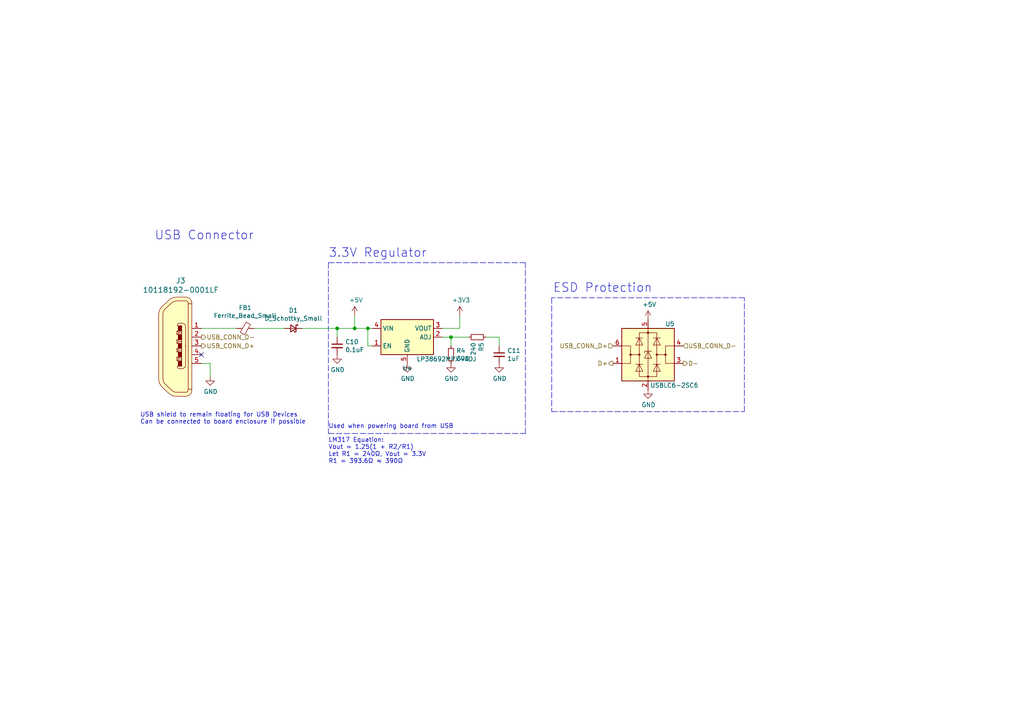
<source format=kicad_sch>
(kicad_sch (version 20211123) (generator eeschema)
  (paper "A4")
  (title_block (title "USB Connector and ESD Protection") (date "2021-12-06") (rev "v1.0.4") (company "Missouri S&T Rocket Design Team '21 (Thomas Francois)") (comment 1 "https://github.com/MSTRocketDesignTeam/Avionics-Data-Collection-PCB") (comment 2 "Intended as initial pre-production design") (comment 3 "Schematic depicting logical connections between components"))
  (lib_symbols
    (symbol "Data_Collection_KiCAD_Project-rescue:+5V-power-Data_Collection_KiCAD_Project-rescue" (power) (pin_names (offset 0))
      (property "Value" "Data_Collection_KiCAD_Project-rescue_+5V-power-Data_Collection_KiCAD_Project-rescue" (at 0 3.556 0))
      (symbol "+5V-power-Data_Collection_KiCAD_Project-rescue_0_1"
        (polyline (pts (xy -0.762 1.27) (xy 0 2.54)))
        (polyline (pts (xy 0 0) (xy 0 2.54)))
        (polyline (pts (xy 0 2.54) (xy 0.762 1.27)))
      )
      (symbol "+5V-power-Data_Collection_KiCAD_Project-rescue_1_1"
        (pin power_in line (at 0 0 90) (length 0) hide (name "+5V") (number "1"))
      )
    )
    (symbol "Data_Collection_KiCAD_Project-rescue:Ferrite_Bead_Small-Device-Data_Collection_KiCAD_Project-rescue" (pin_numbers hide) (pin_names (offset 0))
      (property "Reference" "FB" (at 1.905 1.27 0))
      (property "Value" "Data_Collection_KiCAD_Project-rescue_Ferrite_Bead_Small-Device-Data_Collection_KiCAD_Project-rescue" (at 1.905 -1.27 0))
      (symbol "Ferrite_Bead_Small-Device-Data_Collection_KiCAD_Project-rescue_0_1"
        (polyline (pts (xy 0 -1.27) (xy 0 -0.7874)))
        (polyline (pts (xy 0 0.889) (xy 0 1.2954)))
        (polyline (pts (xy -1.8288 0.2794) (xy -1.1176 1.4986) (xy 1.8288 -0.2032) (xy 1.1176 -1.4224) (xy -1.8288 0.2794)))
      )
      (symbol "Ferrite_Bead_Small-Device-Data_Collection_KiCAD_Project-rescue_1_1"
        (pin passive line (at 0 2.54 270) (length 1.27) (name "~") (number "1"))
        (pin passive line (at 0 -2.54 90) (length 1.27) (name "~") (number "2"))
      )
    )
    (symbol "Data_Collection_KiCAD_Project-rescue:GND-power-Data_Collection_KiCAD_Project-rescue" (power) (pin_names (offset 0))
      (property "Value" "Data_Collection_KiCAD_Project-rescue_GND-power-Data_Collection_KiCAD_Project-rescue" (at 0 -3.81 0))
      (symbol "GND-power-Data_Collection_KiCAD_Project-rescue_0_1"
        (polyline (pts (xy 0 0) (xy 0 -1.27) (xy 1.27 -1.27) (xy 0 -2.54) (xy -1.27 -1.27) (xy 0 -1.27)))
      )
      (symbol "GND-power-Data_Collection_KiCAD_Project-rescue_1_1"
        (pin power_in line (at 0 0 270) (length 0) hide (name "GND") (number "1"))
      )
    )
    (symbol "Data_Collection_KiCAD_Project-rescue:USBLC6-2SC6-Power_Protection-Data_Collection_KiCAD_Project-rescue" (pin_names hide)
      (property "Reference" "U" (at 2.54 8.89 0))
      (property "Value" "Data_Collection_KiCAD_Project-rescue_USBLC6-2SC6-Power_Protection-Data_Collection_KiCAD_Project-rescue" (at 2.54 -8.89 0))
      (symbol "USBLC6-2SC6-Power_Protection-Data_Collection_KiCAD_Project-rescue_0_1"
        (rectangle (start -7.62 -7.62) (end 7.62 7.62) (stroke (width 0.254)) (fill (type background)))
        (circle (center -5.08 0) (radius 0.254) (fill (type outline)))
        (circle (center -2.54 0) (radius 0.254) (fill (type outline)))
        (rectangle (start -2.54 6.35) (end 2.54 -6.35))
        (circle (center 0 -6.35) (radius 0.254) (fill (type outline)))
        (polyline (pts (xy -5.08 -2.54) (xy -7.62 -2.54)))
        (polyline (pts (xy -5.08 0) (xy -5.08 -2.54)))
        (polyline (pts (xy -5.08 2.54) (xy -7.62 2.54)))
        (polyline (pts (xy -1.524 -2.794) (xy -3.556 -2.794)))
        (polyline (pts (xy -1.524 4.826) (xy -3.556 4.826)))
        (polyline (pts (xy 0 -7.62) (xy 0 -6.35)))
        (polyline (pts (xy 0 -6.35) (xy 0 1.27)))
        (polyline (pts (xy 0 1.27) (xy 0 6.35)))
        (polyline (pts (xy 0 6.35) (xy 0 7.62)))
        (polyline (pts (xy 1.524 -2.794) (xy 3.556 -2.794)))
        (polyline (pts (xy 1.524 4.826) (xy 3.556 4.826)))
        (polyline (pts (xy 5.08 -2.54) (xy 7.62 -2.54)))
        (polyline (pts (xy 5.08 0) (xy 5.08 -2.54)))
        (polyline (pts (xy 5.08 2.54) (xy 7.62 2.54)))
        (polyline (pts (xy -2.54 0) (xy -5.08 0) (xy -5.08 2.54)))
        (polyline (pts (xy 2.54 0) (xy 5.08 0) (xy 5.08 2.54)))
        (polyline (pts (xy -3.556 -4.826) (xy -1.524 -4.826) (xy -2.54 -2.794) (xy -3.556 -4.826)))
        (polyline (pts (xy -3.556 2.794) (xy -1.524 2.794) (xy -2.54 4.826) (xy -3.556 2.794)))
        (polyline (pts (xy -1.016 -1.016) (xy 1.016 -1.016) (xy 0 1.016) (xy -1.016 -1.016)))
        (polyline (pts (xy 1.016 1.016) (xy 0.762 1.016) (xy -1.016 1.016) (xy -1.016 0.508)))
        (polyline (pts (xy 3.556 -4.826) (xy 1.524 -4.826) (xy 2.54 -2.794) (xy 3.556 -4.826)))
        (polyline (pts (xy 3.556 2.794) (xy 1.524 2.794) (xy 2.54 4.826) (xy 3.556 2.794)))
        (circle (center 0 6.35) (radius 0.254) (fill (type outline)))
        (circle (center 2.54 0) (radius 0.254) (fill (type outline)))
        (circle (center 5.08 0) (radius 0.254) (fill (type outline)))
      )
      (symbol "USBLC6-2SC6-Power_Protection-Data_Collection_KiCAD_Project-rescue_1_1"
        (pin passive line (at -10.16 -2.54 0) (length 2.54) (name "I/O1") (number "1"))
        (pin passive line (at 0 -10.16 90) (length 2.54) (name "GND") (number "2"))
        (pin passive line (at 10.16 -2.54 180) (length 2.54) (name "I/O2") (number "3"))
        (pin passive line (at 10.16 2.54 180) (length 2.54) (name "I/O2") (number "4"))
        (pin passive line (at 0 10.16 270) (length 2.54) (name "VBUS") (number "5"))
        (pin passive line (at -10.16 2.54 0) (length 2.54) (name "I/O1") (number "6"))
      )
    )
    (symbol "Device:C_Small" (pin_numbers hide) (pin_names (offset 0.254) hide)
      (property "Reference" "C" (at 0.254 1.778 0))
      (property "Value" "C_Small" (at 0.254 -2.032 0))
      (symbol "C_Small_0_1"
        (polyline (pts (xy -1.524 -0.508) (xy 1.524 -0.508)) (stroke (width 0.3302)))
        (polyline (pts (xy -1.524 0.508) (xy 1.524 0.508)) (stroke (width 0.3048)))
      )
      (symbol "C_Small_1_1"
        (pin passive line (at 0 2.54 270) (length 2.032) (name "~") (number "1"))
        (pin passive line (at 0 -2.54 90) (length 2.032) (name "~") (number "2"))
      )
    )
    (symbol "Device:D_Schottky_Small" (pin_numbers hide) (pin_names (offset 0.254) hide)
      (property "Reference" "D" (at -1.27 2.032 0))
      (property "Value" "D_Schottky_Small" (at -7.112 -2.032 0))
      (symbol "D_Schottky_Small_0_1"
        (polyline (pts (xy -0.762 0) (xy 0.762 0)))
        (polyline (pts (xy 0.762 -1.016) (xy -0.762 0) (xy 0.762 1.016) (xy 0.762 -1.016)) (stroke (width 0.254)))
        (polyline (pts (xy -1.27 0.762) (xy -1.27 1.016) (xy -0.762 1.016) (xy -0.762 -1.016) (xy -0.254 -1.016) (xy -0.254 -0.762)) (stroke (width 0.254)))
      )
      (symbol "D_Schottky_Small_1_1"
        (pin passive line (at -2.54 0 0) (length 1.778) (name "K") (number "1"))
        (pin passive line (at 2.54 0 180) (length 1.778) (name "A") (number "2"))
      )
    )
    (symbol "Device:R_Small" (pin_numbers hide) (pin_names (offset 0.254) hide)
      (property "Reference" "R" (at 0.762 0.508 0))
      (property "Value" "R_Small" (at 0.762 -1.016 0))
      (symbol "R_Small_0_1"
        (rectangle (start -0.762 1.778) (end 0.762 -1.778) (stroke (width 0.2032)))
      )
      (symbol "R_Small_1_1"
        (pin passive line (at 0 2.54 270) (length 0.762) (name "~") (number "1"))
        (pin passive line (at 0 -2.54 90) (length 0.762) (name "~") (number "2"))
      )
    )
    (symbol "Regulator_Linear:ADP7182AUJZ"
      (property "Reference" "U4" (at 0 9.0465 0))
      (property "Value" "LP38692MPX-ADJ" (at 11.43 6.35 0))
      (symbol "ADP7182AUJZ_0_1"
        (rectangle (start -7.62 5.08) (end 7.62 -5.08) (stroke (width 0.254)) (fill (type background)))
      )
      (symbol "ADP7182AUJZ_1_1"
        (pin input line (at -10.16 2.54 0) (length 2.54) (name "EN") (number "1"))
        (pin input line (at 10.16 0 180) (length 2.54) (name "ADJ") (number "2"))
        (pin power_out line (at 10.16 -2.54 180) (length 2.54) (name "VOUT") (number "3"))
        (pin power_in line (at -10.16 -2.54 0) (length 2.54) (name "VIN") (number "4"))
        (pin power_in line (at 0 7.62 270) (length 2.54) (name "GND") (number "5"))
      )
    )
    (symbol "dk_USB-DVI-HDMI-Connectors:10118192-0001LF" (pin_names (offset 1.016))
      (property "Reference" "J" (at -3.7592 15.1892 0))
      (property "Value" "10118192-0001LF" (at -6.2992 -6.4008 90))
      (symbol "10118192-0001LF_0_1"
        (polyline (pts (xy 3.7846 12.2428) (xy 3.7846 -12.5476)))
        (polyline (pts (xy 0.4826 -4.2926) (xy 0.4826 -3.2766) (xy 1.8796 -3.2766) (xy 1.8796 -4.2926) (xy 0.4826 -4.2926) (xy 1.1176 -3.7846) (xy 0.4826 -3.2766) (xy 1.8796 -3.2766) (xy 1.8796 -3.7846) (xy 1.1176 -3.7846)))
        (polyline (pts (xy 0.4826 -1.7526) (xy 0.4826 -0.7366) (xy 1.8796 -0.7366) (xy 1.8796 -1.7526) (xy 0.4826 -1.7526) (xy 1.1176 -1.2446) (xy 0.4826 -0.7366) (xy 1.8796 -0.7366) (xy 1.8796 -1.2446) (xy 1.1176 -1.2446)))
        (polyline (pts (xy 0.4826 1.7526) (xy 0.4826 0.7366) (xy 1.8796 0.7366) (xy 1.8796 1.7526) (xy 0.4826 1.7526) (xy 1.1176 1.2446) (xy 0.4826 0.7366) (xy 1.8796 0.7366) (xy 1.8796 1.2446) (xy 1.1176 1.2446)))
        (polyline (pts (xy 0.4826 4.2926) (xy 0.4826 3.2766) (xy 1.8796 3.2766) (xy 1.8796 4.2926) (xy 0.4826 4.2926) (xy 1.1176 3.7846) (xy 0.4826 3.2766) (xy 1.8796 3.2766) (xy 1.8796 3.7846) (xy 1.1176 3.7846)))
        (polyline (pts (xy 1.905 -0.0254) (xy 1.905 5.842) (xy 0.635 5.842) (xy 0.635 6.1468) (xy 0.8128 6.4262) (xy 1.1938 6.5786) (xy 1.651 6.6294) (xy 2.2606 6.5532) (xy 2.7178 6.3246) (xy 2.9464 6.0706) (xy 3.0226 5.6388) (xy 3.0226 4.8006) (xy 3.0226 -0.127)))
        (polyline (pts (xy 1.905 0.0254) (xy 1.905 -5.842) (xy 0.635 -5.842) (xy 0.635 -6.1468) (xy 0.8128 -6.4262) (xy 1.1938 -6.5786) (xy 1.651 -6.6294) (xy 2.2606 -6.5532) (xy 2.7178 -6.3246) (xy 2.9464 -6.0706) (xy 3.0226 -5.6388) (xy 3.0226 -4.8006) (xy 3.0226 0.127)))
        (polyline (pts (xy 4.8514 -12.5476) (xy 3.8354 -12.5476) (xy 3.7846 -12.5476) (xy 3.7846 -12.9032) (xy 3.6068 -13.2334) (xy 3.429 -13.3604) (xy 3.2258 -13.4366) (xy 0.4572 -13.4366) (xy 0.0508 -13.4112) (xy -0.3302 -13.3096) (xy -0.6604 -13.1318) (xy -0.9906 -12.9032) (xy -3.1496 -10.8458) (xy -3.4036 -10.3886) (xy -3.5306 -9.779) (xy -3.556 -8.636) (xy -3.556 9.2202) (xy -3.5306 9.4234) (xy -3.4544 9.8298) (xy -3.302 10.1854) (xy -3.0226 10.6172) (xy -1.7526 11.8364) (xy -0.8636 12.5984) (xy -0.3302 12.8778) (xy 0.0762 13.0048) (xy 0.6096 13.081) (xy 3.0734 13.081) (xy 3.3274 13.0048) (xy 3.5814 12.8524) (xy 3.7846 12.5222) (xy 3.7846 12.2174) (xy 4.8514 12.2174)))
        (polyline (pts (xy 4.8514 -11.4808) (xy 4.8514 -12.8016) (xy 4.7752 -13.4366) (xy 4.572 -13.8684) (xy 4.0386 -14.3256) (xy 3.5814 -14.5288) (xy 3.0988 -14.605) (xy -0.2794 -14.5542) (xy -0.7112 -14.4526) (xy -1.2446 -14.1986) (xy -2.2098 -13.4366) (xy -3.556 -12.1412) (xy -4.0132 -11.6586) (xy -4.3688 -11.1506) (xy -4.6228 -10.5918) (xy -4.7498 -9.7536) (xy -4.7498 9.3726) (xy -4.5974 10.0838) (xy -4.4704 10.4648) (xy -4.2164 10.9728) (xy -3.6068 11.6078) (xy -1.4478 13.589) (xy -0.9652 13.8684) (xy -0.5588 14.0208) (xy 0.0762 14.1224) (xy 0.5588 14.1732) (xy 3.2766 14.1732) (xy 3.7592 14.0208) (xy 4.2164 13.7414) (xy 4.445 13.5128) (xy 4.699 13.1572) (xy 4.826 12.8524) (xy 4.8514 12.446) (xy 4.8514 -11.5062)) (fill (type background)))
        (rectangle (start 0.889 -4.318) (end 1.905 -5.842) (fill (type outline)))
        (rectangle (start 0.889 -3.302) (end 1.905 -1.778) (fill (type outline)))
        (rectangle (start 0.889 -0.635) (end 1.905 0.381) (fill (type outline)))
        (rectangle (start 0.889 0.635) (end 1.905 -0.381) (fill (type outline)))
        (rectangle (start 0.889 3.302) (end 1.905 1.778) (fill (type outline)))
        (rectangle (start 0.889 4.318) (end 1.905 5.842) (fill (type outline)))
      )
      (symbol "10118192-0001LF_1_1"
        (pin passive line (at 7.62 5.08 180) (length 2.794) (name "~") (number "1"))
        (pin passive line (at 7.62 2.54 180) (length 2.794) (name "~") (number "2"))
        (pin passive line (at 7.62 0 180) (length 2.794) (name "~") (number "3"))
        (pin passive line (at 7.62 -2.54 180) (length 2.794) (name "~") (number "4"))
        (pin passive line (at 7.62 -5.08 180) (length 2.794) (name "~") (number "5"))
      )
    )
    (symbol "power:+3.3V" (power) (pin_names (offset 0))
      (property "Value" "+3.3V" (at 0 3.556 0))
      (symbol "+3.3V_0_1"
        (polyline (pts (xy -0.762 1.27) (xy 0 2.54)))
        (polyline (pts (xy 0 0) (xy 0 2.54)))
        (polyline (pts (xy 0 2.54) (xy 0.762 1.27)))
      )
      (symbol "+3.3V_1_1"
        (pin power_in line (at 0 0 90) (length 0) hide (name "+3V3") (number "1"))
      )
    )
    (symbol "power:+5V" (power) (pin_names (offset 0))
      (property "Value" "+5V" (at 0 3.556 0))
      (symbol "+5V_0_1"
        (polyline (pts (xy -0.762 1.27) (xy 0 2.54)))
        (polyline (pts (xy 0 0) (xy 0 2.54)))
        (polyline (pts (xy 0 2.54) (xy 0.762 1.27)))
      )
      (symbol "+5V_1_1"
        (pin power_in line (at 0 0 90) (length 0) hide (name "+5V") (number "1"))
      )
    )
    (symbol "power:GND" (power) (pin_names (offset 0))
      (property "Value" "GND" (at 0 -3.81 0))
      (symbol "GND_0_1"
        (polyline (pts (xy 0 0) (xy 0 -1.27) (xy 1.27 -1.27) (xy 0 -2.54) (xy -1.27 -1.27) (xy 0 -1.27)))
      )
      (symbol "GND_1_1"
        (pin power_in line (at 0 0 270) (length 0) hide (name "GND") (number "1"))
      )
    )
  )
  (junction (at 97.79 95.25))
  (junction (at 106.68 95.25))
  (junction (at 130.81 97.79))
  (junction (at 102.87 95.25))
  (no_connect (at 58.42 102.87))
  (wire (pts (xy 58.42 95.25) (xy 68.58 95.25)))
  (wire (pts (xy 102.87 95.25) (xy 106.68 95.25)))
  (wire (pts (xy 97.79 97.79) (xy 97.79 95.25)))
  (polyline (pts (xy 95.25 76.2) (xy 137.16 76.2)))
  (wire (pts (xy 128.27 97.79) (xy 130.81 97.79)))
  (wire (pts (xy 107.95 100.33) (xy 106.68 100.33)))
  (wire (pts (xy 106.68 95.25) (xy 106.68 100.33)))
  (polyline (pts (xy 137.16 125.73) (xy 152.4 125.73)))
  (polyline (pts (xy 160.02 119.38) (xy 215.9 119.38)))
  (wire (pts (xy 130.81 97.79) (xy 130.81 100.33)))
  (wire (pts (xy 144.78 100.33) (xy 144.78 97.79)))
  (polyline (pts (xy 95.25 76.2) (xy 95.25 125.73)))
  (polyline (pts (xy 152.4 76.2) (xy 137.16 76.2)))
  (polyline (pts (xy 215.9 86.36) (xy 160.02 86.36)))
  (polyline (pts (xy 215.9 119.38) (xy 215.9 86.36)))
  (wire (pts (xy 87.63 95.25) (xy 97.79 95.25)))
  (wire (pts (xy 130.81 97.79) (xy 135.89 97.79)))
  (wire (pts (xy 106.68 95.25) (xy 107.95 95.25)))
  (wire (pts (xy 73.66 95.25) (xy 82.55 95.25)))
  (wire (pts (xy 60.96 105.41) (xy 58.42 105.41)))
  (polyline (pts (xy 152.4 125.73) (xy 152.4 76.2)))
  (wire (pts (xy 60.96 109.22) (xy 60.96 105.41)))
  (wire (pts (xy 97.79 95.25) (xy 102.87 95.25)))
  (polyline (pts (xy 160.02 86.36) (xy 160.02 119.38)))
  (wire (pts (xy 144.78 97.79) (xy 140.97 97.79)))
  (wire (pts (xy 102.87 91.44) (xy 102.87 95.25)))
  (polyline (pts (xy 95.25 125.73) (xy 137.16 125.73)))
  (wire (pts (xy 128.27 95.25) (xy 133.35 95.25)))
  (wire (pts (xy 133.35 95.25) (xy 133.35 91.44)))
  (text "LM317 Equation:\nVout = 1.25(1 + R2/R1)\nLet R1 = 240Ω, Vout = 3.3V\nR1 = 393.6Ω ≈ 390Ω" (at 95.25 134.62 0) (effects (font (size 1.27 1.27)) (justify left bottom)))
  (text "Used when powering board from USB" (at 95.25 124.46 0) (effects (font (size 1.27 1.27)) (justify left bottom)))
  (text "ESD Protection" (at 189.23 85.09 180) (effects (font (size 2.54 2.54)) (justify right bottom)))
  (text "USB shield to remain floating for USB Devices\nCan be connected to board enclosure if possible" (at 40.64 123.19 0) (effects (font (size 1.27 1.27)) (justify left bottom)))
  (text "USB Connector" (at 73.66 69.85 180) (effects (font (size 2.54 2.54)) (justify right bottom)))
  (text "3.3V Regulator" (at 95.25 74.93 0) (effects (font (size 2.54 2.54)) (justify left bottom)))
  (hierarchical_label "D-" (shape output) (at 198.12 105.41 0))
  (hierarchical_label "D+" (shape output) (at 177.8 105.41 180))
  (hierarchical_label "USB_CONN_D+" (shape input) (at 177.8 100.33 180))
  (hierarchical_label "USB_CONN_D-" (shape output) (at 58.42 97.79 0))
  (hierarchical_label "USB_CONN_D+" (shape output) (at 58.42 100.33 0))
  (hierarchical_label "USB_CONN_D-" (shape input) (at 198.12 100.33 0))
  (symbol (lib_id "Data_Collection_KiCAD_Project-rescue:GND-power-Data_Collection_KiCAD_Project-rescue") (at 60.96 109.22 0) (unit 1)
    (property "Reference" "#PWR029" (effects hide))
    (property "Value" "GND" (at 61.087 113.6142 0))
  )
  (symbol (lib_id "Data_Collection_KiCAD_Project-rescue:USBLC6-2SC6-Power_Protection-Data_Collection_KiCAD_Project-rescue") (at 187.96 102.87 0) (unit 1)
    (property "Reference" "U5" (at 194.31 93.98 0))
    (property "Value" "USBLC6-2SC6" (at 195.58 111.76 0))
    (property "Footprint" "Package_TO_SOT_SMD:SOT-23-6" (effects hide))
    (property "Datasheet" "https://www.st.com/resource/en/datasheet/usblc6-2.pdf" (effects hide))
  )
  (symbol (lib_id "Data_Collection_KiCAD_Project-rescue:GND-power-Data_Collection_KiCAD_Project-rescue") (at 187.96 113.03 0) (unit 1)
    (property "Reference" "#PWR037" (effects hide))
    (property "Value" "GND" (at 188.087 117.4242 0))
  )
  (symbol (lib_id "Data_Collection_KiCAD_Project-rescue:+5V-power-Data_Collection_KiCAD_Project-rescue") (at 187.96 92.71 0) (unit 1)
    (property "Reference" "#PWR036" (effects hide))
    (property "Value" "+5V" (at 188.341 88.3158 0))
  )
  (symbol (lib_id "Data_Collection_KiCAD_Project-rescue:Ferrite_Bead_Small-Device-Data_Collection_KiCAD_Project-rescue") (at 71.12 95.25 270) (unit 1)
    (property "Reference" "FB1" (at 71.12 89.2302 90))
    (property "Value" "Ferrite_Bead_Small" (at 71.12 91.5416 90))
    (property "Footprint" "Capacitor_SMD:C_0603_1608Metric_Pad1.08x0.95mm_HandSolder" (effects hide))
  )
  (symbol (lib_id "dk_USB-DVI-HDMI-Connectors:10118192-0001LF") (at 50.8 100.33 0) (unit 1)
    (property "Reference" "J3" (at 52.4256 81.407 0) (effects (font (size 1.524 1.524))))
    (property "Value" "10118192-0001LF" (at 52.4256 84.0994 0) (effects (font (size 1.524 1.524))))
    (property "Footprint" "Connector_USB:USB_Micro-B_Molex-105017-0001" (effects hide))
    (property "Datasheet" "http://www.amphenol-icc.com/media/wysiwyg/files/drawing/10118192.pdf" (effects hide))
    (property "Digi-Key_PN" "609-4613-1-ND" (effects hide))
    (property "MPN" "10118192-0001LF" (effects hide))
    (property "Category" "Connectors, Interconnects" (effects hide))
    (property "Family" "USB, DVI, HDMI Connectors" (effects hide))
    (property "DK_Datasheet_Link" "http://www.amphenol-icc.com/media/wysiwyg/files/drawing/10118192.pdf" (effects hide))
    (property "DK_Detail_Page" "/product-detail/en/amphenol-icc-fci/10118192-0001LF/609-4613-1-ND/2785378" (effects hide))
    (property "Description" "CONN RCPT USB2.0 MICRO B SMD R/A" (effects hide))
    (property "Manufacturer" "Amphenol ICC (FCI)" (effects hide))
    (property "Status" "Active" (effects hide))
  )
  (symbol (lib_id "Device:R_Small") (at 138.43 97.79 270) (unit 1)
    (property "Reference" "R5" (at 139.5984 99.2886 0) (effects (justify left)))
    (property "Value" "240" (at 137.287 99.2886 0) (effects (justify left)))
    (property "Footprint" "Resistor_SMD:R_0603_1608Metric_Pad0.98x0.95mm_HandSolder" (effects hide))
    (property "LCSC" " C23350" (effects hide))
  )
  (symbol (lib_id "Device:D_Schottky_Small") (at 85.09 95.25 0) (mirror y) (unit 1)
    (property "Reference" "D1" (at 85.09 90.043 0))
    (property "Value" "D_Schottky_Small" (at 85.09 92.3544 0))
    (property "Footprint" "Diode_SMD:D_0603_1608Metric_Pad1.05x0.95mm_HandSolder" (effects hide))
    (property "LCSC" " C239808 " (effects hide))
  )
  (symbol (lib_id "Device:R_Small") (at 130.81 102.87 0) (unit 1)
    (property "Reference" "R4" (at 132.3086 101.7016 0) (effects (justify left)))
    (property "Value" "390" (at 132.3086 104.013 0) (effects (justify left)))
    (property "Footprint" "Resistor_SMD:R_0603_1608Metric_Pad0.98x0.95mm_HandSolder" (effects hide))
    (property "LCSC" " C23151" (effects hide))
  )
  (symbol (lib_id "power:GND") (at 97.79 102.87 0) (unit 1)
    (property "Reference" "#PWR030" (effects hide))
    (property "Value" "GND" (at 97.917 107.2642 0))
  )
  (symbol (lib_id "power:+5V") (at 102.87 91.44 0) (unit 1)
    (property "Reference" "#PWR031" (effects hide))
    (property "Value" "+5V" (at 103.251 87.0458 0))
  )
  (symbol (lib_id "power:GND") (at 130.81 105.41 0) (unit 1)
    (property "Reference" "#PWR033" (effects hide))
    (property "Value" "GND" (at 130.937 109.8042 0))
  )
  (symbol (lib_id "Device:C_Small") (at 144.78 102.87 0) (unit 1)
    (property "Reference" "C11" (at 147.1168 101.7016 0) (effects (justify left)))
    (property "Value" "1uF" (at 147.1168 104.013 0) (effects (justify left)))
    (property "Footprint" "Capacitor_SMD:C_0603_1608Metric_Pad1.08x0.95mm_HandSolder" (effects hide))
    (property "LCSC" "C15849 " (effects hide))
  )
  (symbol (lib_id "power:GND") (at 118.11 105.41 0) (unit 1)
    (property "Reference" "#PWR032" (effects hide))
    (property "Value" "GND" (at 118.237 109.8042 0))
  )
  (symbol (lib_id "power:GND") (at 144.78 105.41 0) (unit 1)
    (property "Reference" "#PWR035" (effects hide))
    (property "Value" "GND" (at 144.907 109.8042 0))
  )
  (symbol (lib_id "power:+3.3V") (at 133.35 91.44 0) (unit 1)
    (property "Reference" "#PWR034" (effects hide))
    (property "Value" "+3.3V" (at 133.731 87.0458 0))
  )
  (symbol (lib_id "Regulator_Linear:ADP7182AUJZ") (at 118.11 97.79 0) (mirror x) (unit 1)
    (property "Reference" "U4" (at 118.11 106.8365 0))
    (property "Value" "LP38692MPX-ADJ" (at 129.54 104.14 0))
    (property "Footprint" "Package_TO_SOT_SMD:SOT-223-5" (effects hide))
    (property "Datasheet" "https://media.digikey.com/pdf/Data%20Sheets/Texas%20Instruments%20PDFs/LP38690,92-ADJ.pdf" (effects hide))
    (property "LCSC" "C527485" (effects hide))
  )
  (symbol (lib_id "Device:C_Small") (at 97.79 100.33 0) (unit 1)
    (property "Reference" "C10" (at 100.1268 99.1616 0) (effects (justify left)))
    (property "Value" "0.1uF" (at 100.1268 101.473 0) (effects (justify left)))
    (property "Footprint" "Capacitor_SMD:C_0603_1608Metric_Pad1.08x0.95mm_HandSolder" (effects hide))
    (property "LCSC" "C14663" (effects hide))
  )
)
</source>
